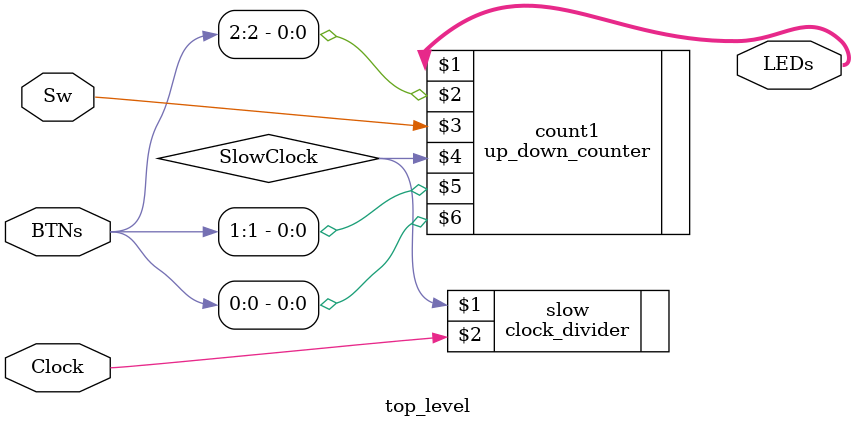
<source format=v>


module top_level(LEDs, Sw, BTNs, Clock);

    output wire [3:0] LEDs; // counter is on the led
    input wire Sw; // enables the counting up
    input wire [2:0] BTNs; // 
    input wire Clock;
    
    wire SlowClock;
    
    up_down_counter count1(LEDs[3:0], BTNs[2], Sw, SlowClock, BTNs[1], BTNs[0]);
    clock_divider slow(SlowClock, Clock);
    
    
endmodule
</source>
